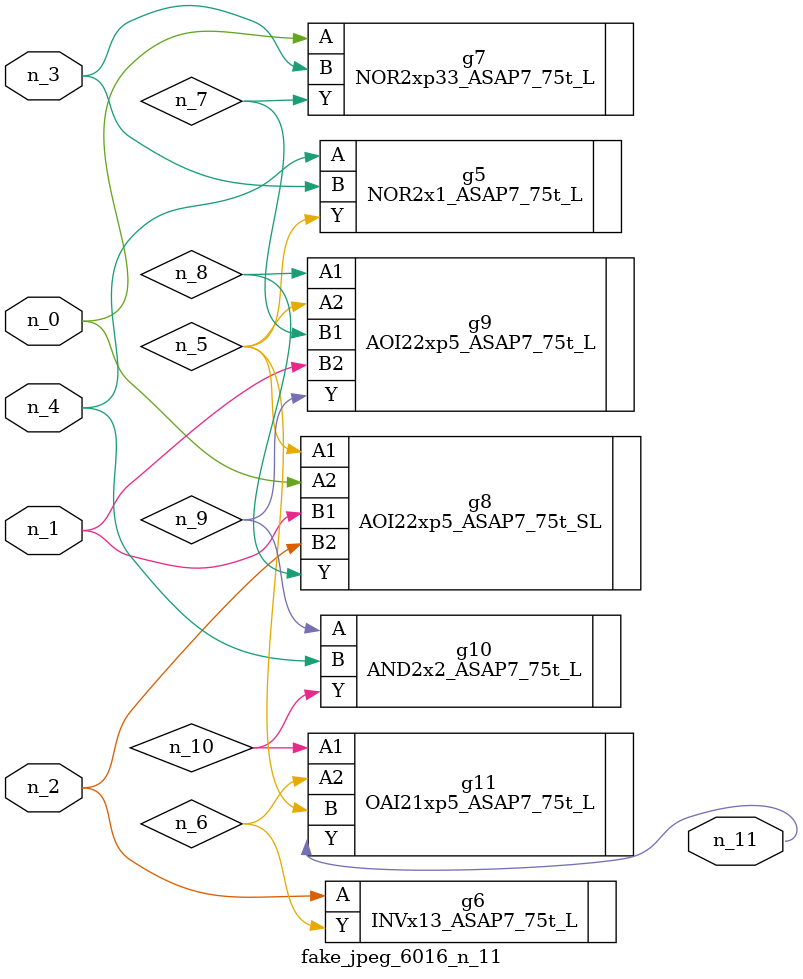
<source format=v>
module fake_jpeg_6016_n_11 (n_3, n_2, n_1, n_0, n_4, n_11);

input n_3;
input n_2;
input n_1;
input n_0;
input n_4;

output n_11;

wire n_10;
wire n_8;
wire n_9;
wire n_6;
wire n_5;
wire n_7;

NOR2x1_ASAP7_75t_L g5 ( 
.A(n_4),
.B(n_3),
.Y(n_5)
);

INVx13_ASAP7_75t_L g6 ( 
.A(n_2),
.Y(n_6)
);

NOR2xp33_ASAP7_75t_L g7 ( 
.A(n_0),
.B(n_3),
.Y(n_7)
);

AOI22xp5_ASAP7_75t_SL g8 ( 
.A1(n_5),
.A2(n_0),
.B1(n_1),
.B2(n_2),
.Y(n_8)
);

AOI22xp5_ASAP7_75t_L g9 ( 
.A1(n_8),
.A2(n_5),
.B1(n_7),
.B2(n_1),
.Y(n_9)
);

AND2x2_ASAP7_75t_L g10 ( 
.A(n_9),
.B(n_4),
.Y(n_10)
);

OAI21xp5_ASAP7_75t_L g11 ( 
.A1(n_10),
.A2(n_6),
.B(n_5),
.Y(n_11)
);


endmodule
</source>
